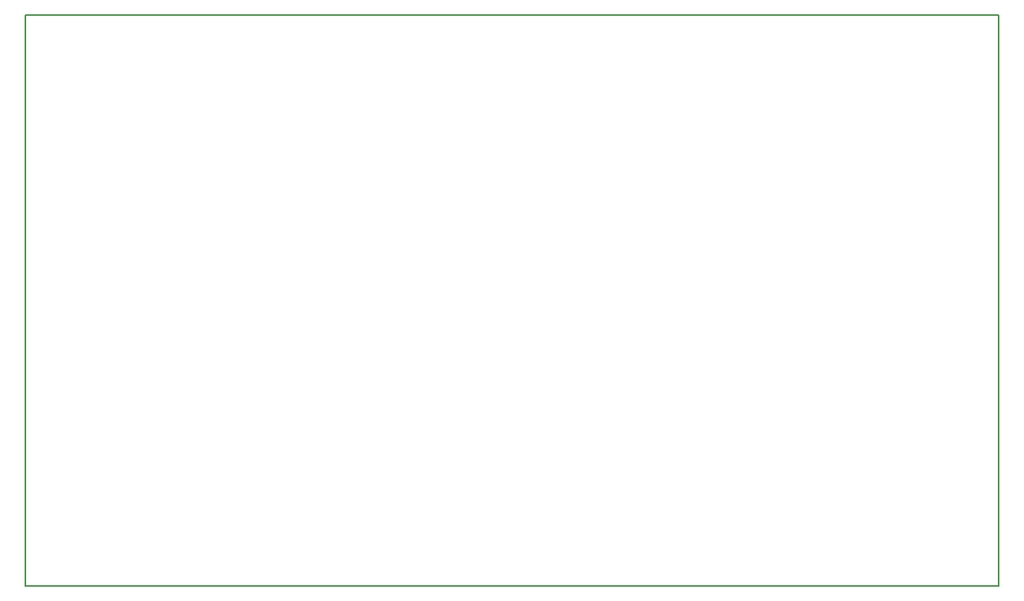
<source format=gbr>
%TF.GenerationSoftware,KiCad,Pcbnew,7.0.9*%
%TF.CreationDate,2024-06-30T11:53:46+02:00*%
%TF.ProjectId,Kicad_Projet_Trains_Sons,4b696361-645f-4507-926f-6a65745f5472,V2*%
%TF.SameCoordinates,Original*%
%TF.FileFunction,Profile,NP*%
%FSLAX46Y46*%
G04 Gerber Fmt 4.6, Leading zero omitted, Abs format (unit mm)*
G04 Created by KiCad (PCBNEW 7.0.9) date 2024-06-30 11:53:46*
%MOMM*%
%LPD*%
G01*
G04 APERTURE LIST*
%TA.AperFunction,Profile*%
%ADD10C,0.200000*%
%TD*%
G04 APERTURE END LIST*
D10*
X164400000Y-37500000D02*
X164400000Y-98500000D01*
X60400000Y-98500000D02*
X60400000Y-37500000D01*
X60400000Y-37500000D02*
X164400000Y-37500000D01*
X164400000Y-98500000D02*
X60400000Y-98500000D01*
M02*

</source>
